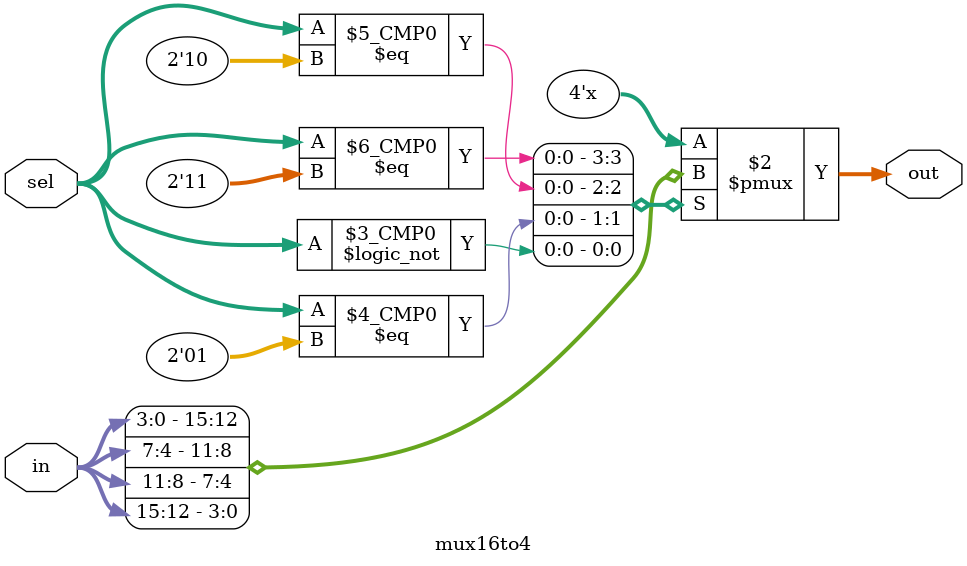
<source format=v>
module mux16to4
(
   input [15:0] in,
	input [1:0] sel,
	output reg [3:0] out
);

	always @(*)
	begin
		case(sel)
			3: out = in[0+:4];
			2: out = in[4+:4];
			1: out = in[8+:4];
			0: out = in[12+:4];
		endcase
	end

endmodule
</source>
